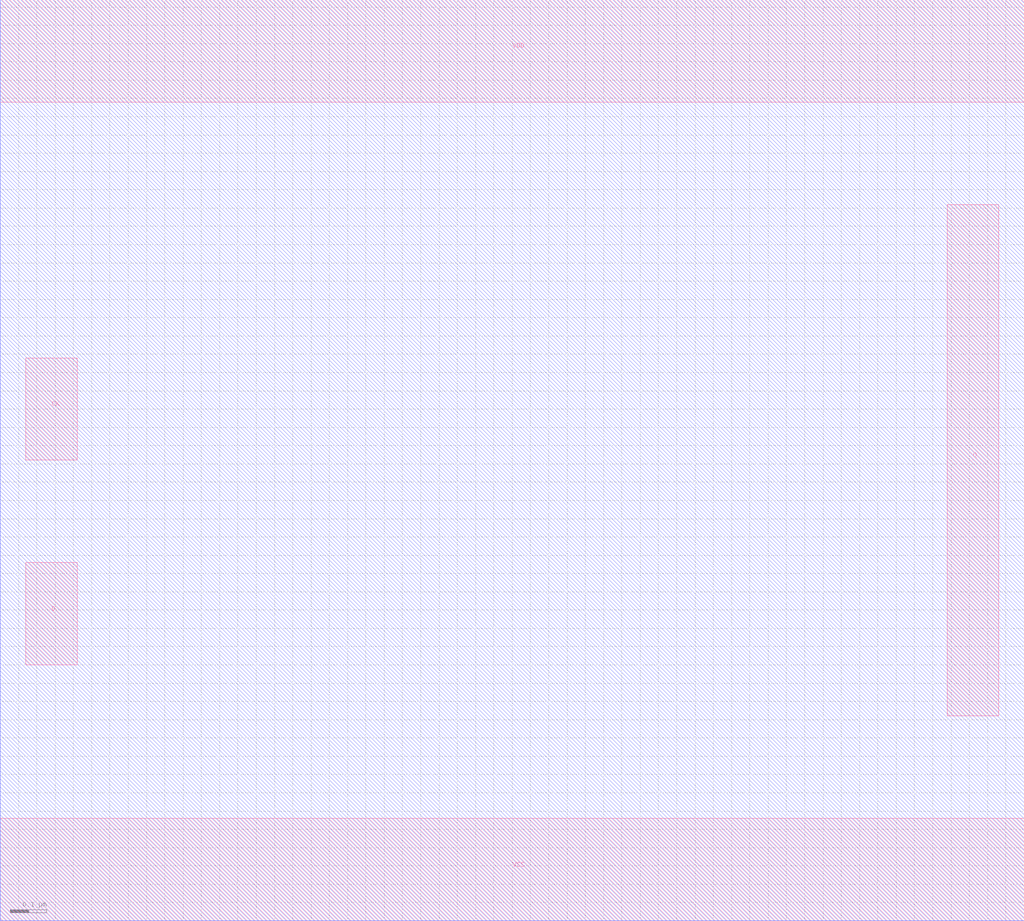
<source format=lef>
VERSION 5.8 ;
BUSBITCHARS "[]" ;
DIVIDERCHAR "/" ;

# Layer definitions (technology LEF section)
LAYER M1
  TYPE ROUTING ;
  DIRECTION HORIZONTAL ;
  PITCH 0.280 ;
  WIDTH 0.140 ;
  SPACING 0.140 ;
END M1

LAYER M2
  TYPE ROUTING ;
  DIRECTION VERTICAL ;
  PITCH 0.280 ;
  WIDTH 0.140 ;
  SPACING 0.140 ;
END M2

LAYER VIA1
  TYPE CUT ;
  SPACING 0.140 ;
  WIDTH 0.140 ;
END VIA1

# Standard cell: NAND2X1
MACRO NAND2X1
  CLASS CORE ;
  ORIGIN 0.000 0.000 ;
  SIZE 1.120 BY 2.520 ;
  SYMMETRY X Y ;

  PIN A
    DIRECTION INPUT ;
    USE SIGNAL ;
    PORT
      LAYER M1 ;
        RECT 0.070 0.700 0.210 0.980 ;
    END
  END A

  PIN B
    DIRECTION INPUT ;
    USE SIGNAL ;
    PORT
      LAYER M1 ;
        RECT 0.070 1.260 0.210 1.540 ;
    END
  END B

  PIN Y
    DIRECTION OUTPUT ;
    USE SIGNAL ;
    ANTENNADIFFAREA 0.0520 LAYER M1 ;
    PORT
      LAYER M1 ;
        RECT 0.910 0.560 1.050 1.960 ;
    END
  END Y

  PIN VDD
    DIRECTION INOUT ;
    USE POWER ;
    PORT
      LAYER M1 ;
        RECT 0.000 2.240 1.120 2.520 ;
    END
  END VDD

  PIN VSS
    DIRECTION INOUT ;
    USE GROUND ;
    PORT
      LAYER M1 ;
        RECT 0.000 0.000 1.120 0.280 ;
    END
  END VSS

  OBS
    LAYER M1 ;
      RECT 0.210 0.280 0.910 2.240 ;
  END

END NAND2X1

# Standard cell: DFFX1
MACRO DFFX1
  CLASS CORE ;
  ORIGIN 0.000 0.000 ;
  SIZE 2.800 BY 2.520 ;
  SYMMETRY X Y ;

  PIN D
    DIRECTION INPUT ;
    USE SIGNAL ;
    PORT
      LAYER M1 ;
        RECT 0.070 0.700 0.210 0.980 ;
    END
  END D

  PIN CK
    DIRECTION INPUT ;
    USE SIGNAL ;
    PORT
      LAYER M1 ;
        RECT 0.070 1.260 0.210 1.540 ;
    END
  END CK

  PIN Q
    DIRECTION OUTPUT ;
    USE SIGNAL ;
    PORT
      LAYER M1 ;
        RECT 2.590 0.560 2.730 1.960 ;
    END
  END Q

  PIN VDD
    DIRECTION INOUT ;
    USE POWER ;
    PORT
      LAYER M1 ;
        RECT 0.000 2.240 2.800 2.520 ;
    END
  END VDD

  PIN VSS
    DIRECTION INOUT ;
    USE GROUND ;
    PORT
      LAYER M1 ;
        RECT 0.000 0.000 2.800 0.280 ;
    END
  END VSS

END DFFX1

END LIBRARY

</source>
